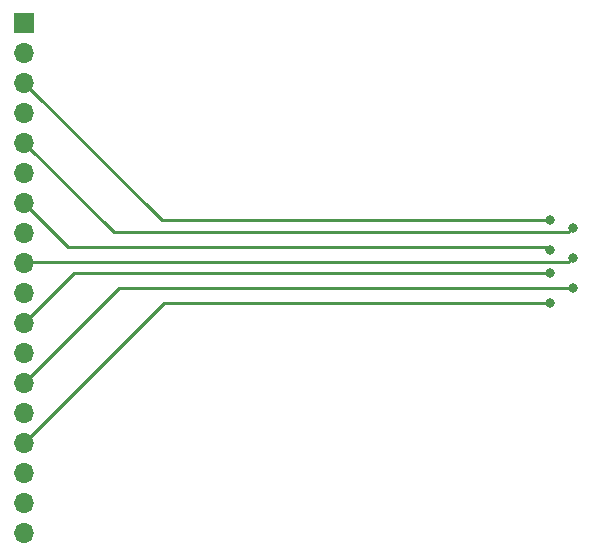
<source format=gbl>
G04 #@! TF.GenerationSoftware,KiCad,Pcbnew,(5.1.8)-1*
G04 #@! TF.CreationDate,2021-03-29T09:45:07+03:00*
G04 #@! TF.ProjectId,adapter,61646170-7465-4722-9e6b-696361645f70,rev?*
G04 #@! TF.SameCoordinates,Original*
G04 #@! TF.FileFunction,Copper,L2,Bot*
G04 #@! TF.FilePolarity,Positive*
%FSLAX46Y46*%
G04 Gerber Fmt 4.6, Leading zero omitted, Abs format (unit mm)*
G04 Created by KiCad (PCBNEW (5.1.8)-1) date 2021-03-29 09:45:07*
%MOMM*%
%LPD*%
G01*
G04 APERTURE LIST*
G04 #@! TA.AperFunction,ComponentPad*
%ADD10R,1.700000X1.700000*%
G04 #@! TD*
G04 #@! TA.AperFunction,ComponentPad*
%ADD11O,1.700000X1.700000*%
G04 #@! TD*
G04 #@! TA.AperFunction,ViaPad*
%ADD12C,0.800000*%
G04 #@! TD*
G04 #@! TA.AperFunction,Conductor*
%ADD13C,0.250000*%
G04 #@! TD*
G04 APERTURE END LIST*
D10*
X141525001Y-70913001D03*
D11*
X141525001Y-73453001D03*
X141525001Y-75993001D03*
X141525001Y-78533001D03*
X141525001Y-81073001D03*
X141525001Y-83613001D03*
X141525001Y-86153001D03*
X141525001Y-88693001D03*
X141525001Y-91233001D03*
X141525001Y-93773001D03*
X141525001Y-96313001D03*
X141525001Y-98853001D03*
X141525001Y-101393001D03*
X141525001Y-103933001D03*
X141525001Y-106473001D03*
X141525001Y-109013001D03*
X141525001Y-111553001D03*
X141525001Y-114093001D03*
D12*
X186055000Y-87630000D03*
X187960000Y-88265000D03*
X186055000Y-90170000D03*
X187960000Y-90805000D03*
X186055000Y-92075000D03*
X187960000Y-93345000D03*
X186055000Y-94615000D03*
D13*
X153162000Y-87630000D02*
X141525001Y-75993001D01*
X186055000Y-87630000D02*
X153162000Y-87630000D01*
X149116999Y-88664999D02*
X141525001Y-81073001D01*
X187560001Y-88664999D02*
X149116999Y-88664999D01*
X187960000Y-88265000D02*
X187560001Y-88664999D01*
X145240002Y-89868002D02*
X141525001Y-86153001D01*
X185753002Y-89868002D02*
X145240002Y-89868002D01*
X186055000Y-90170000D02*
X185753002Y-89868002D01*
X141553003Y-91204999D02*
X141525001Y-91233001D01*
X187560001Y-91204999D02*
X141553003Y-91204999D01*
X187960000Y-90805000D02*
X187560001Y-91204999D01*
X145763002Y-92075000D02*
X141525001Y-96313001D01*
X186055000Y-92075000D02*
X145763002Y-92075000D01*
X149573002Y-93345000D02*
X141525001Y-101393001D01*
X187960000Y-93345000D02*
X149573002Y-93345000D01*
X153383002Y-94615000D02*
X141525001Y-106473001D01*
X186055000Y-94615000D02*
X153383002Y-94615000D01*
M02*

</source>
